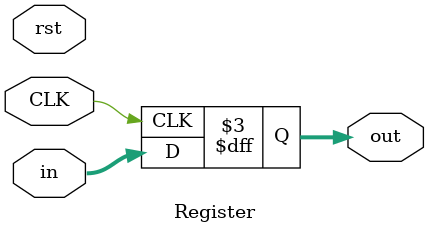
<source format=v>
module Register#(parameter WL = 32)
        (input CLK,
            input rst,
            input signed [WL - 1:0] in,
            output reg signed [WL - 1:0] out);
            
    initial out <= 0;
  
    always@(posedge CLK) begin
        out <= in;
    end
endmodule

</source>
